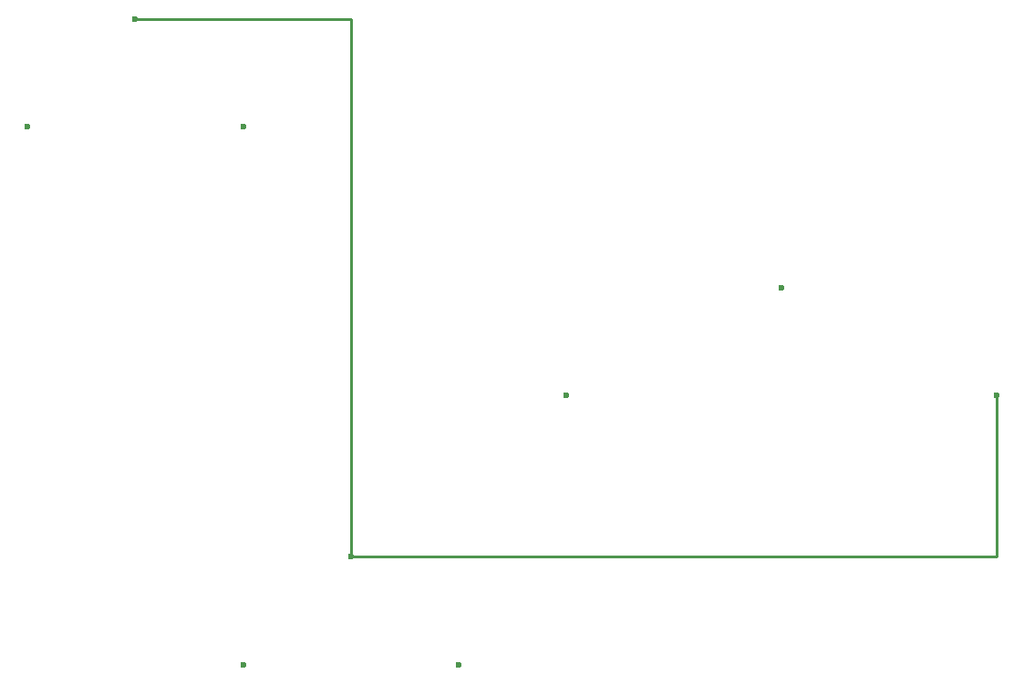
<source format=gtl>
G04 Created with the python gerber_writer 0.4.3.3*
G04 #@! TF.CreationDate,2024-09-25T19:14:25.001587*
G04 #@! TF.FileFunction,Copper,L1,Top,Signal*
G04 #@! TF.FilePolarity,Positive*
G04 #@! TF.GenerationSoftware,Devices-Lab,MakeDevice,0.1*
%MOMM*%
%FSLAX36Y36*%
G75*
G04 #@! TA.AperFunction,Conductor*
G04 #@! TAShape,Circle,0.254*
%ADD10C,0.254*%
G04 #@! TD*
G04 #@! TA.AperFunction,ViaPad*
G04 #@! TAShape,Circle,0.6*
%ADD11C,0.6*%
G04 #@! TD*
%LPD*%
D10*
X-15000000Y-15000000D02*
G01*
X-15000000Y35000000D01*
X-35000000Y35000000D01*
X-15000000Y-15000000D02*
X45000000Y-15000000D01*
X45000000Y0D01*
D11*
X-15000000Y-15000000D03*
X-35000000Y35000000D03*
X45000000Y0D03*
X-5000000Y-25000000D03*
X-25000000Y25000000D03*
X5000000Y0D03*
X-25000000Y-25000000D03*
X-45000000Y25000000D03*
X25000000Y10000000D03*
M02*
</source>
